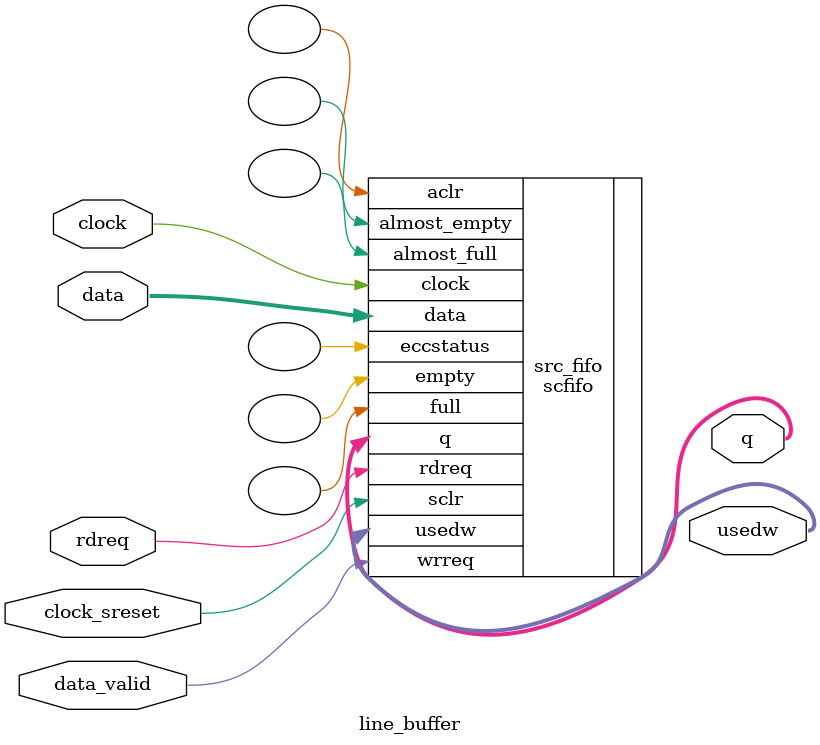
<source format=sv>
module line_buffer # (
            parameter               WIDTH = 16,
            parameter               FIFO_DEPTH = 512,
            parameter               WIDTHFD = 9 // $clog2(FIFO_DEPTH)
)
(
    input   logic                   clock,
    input   logic                   clock_sreset,
    input   logic                   data_valid,
    input   logic [WIDTH-1:0]       data,
    input   logic                   rdreq,
    output  logic [WIDTHFD-1:0]     usedw,
    output  logic [WIDTH-1:0]       q
);

    scfifo                      # (
                                    .add_ram_output_register("OFF"),
                                    .lpm_numwords(FIFO_DEPTH),
                                    .lpm_showahead("ON"),
                                    .lpm_type("scfifo"),
                                    .lpm_width(WIDTH),
                                    .lpm_widthu(WIDTHFD),
                                    .overflow_checking("OFF"),
                                    .underflow_checking("OFF"),
                                    .use_eab("ON")
                                )
                                src_fifo (
                                    .clock (clock),
                                    .sclr (clock_sreset),
                                    .aclr (),
                                    .data (data),
                                    .rdreq (rdreq),
                                    .wrreq (data_valid),
                                    .usedw (usedw),
                                    .q (q),
                                    .almost_empty (),
                                    .almost_full (),
                                    .empty (),
                                    .full (),
                                    .eccstatus()
                                );

endmodule

</source>
